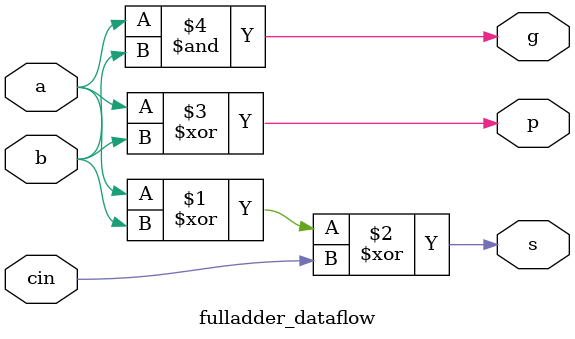
<source format=v>
module fulladder_dataflow(
    input a,
    input b,
    input cin,
    output s,
    output p,
    output g
    );
    assign s = (a^b)^cin;
    assign p = a^b;
    assign g = a&b;
endmodule

</source>
